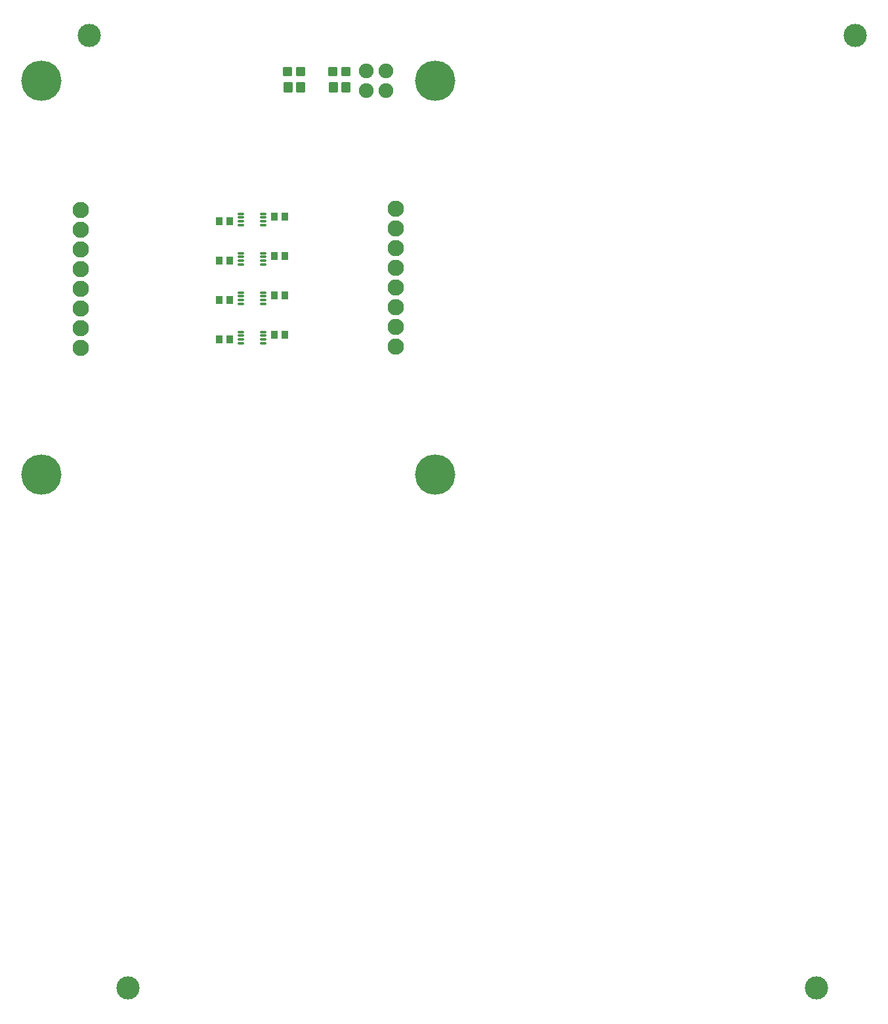
<source format=gts>
G04 Layer: TopSolderMaskLayer*
G04 Panelize: V-CUT, Column: 2, Row: 2, Board Size: 58.42mm x 58.42mm, Panelized Board Size: 118.84mm x 118.84mm*
G04 EasyEDA v6.5.34, 2023-09-17 23:44:37*
G04 cd246424f58644acbb11c68d5f65e239,5a6b42c53f6a479593ecc07194224c93,10*
G04 Gerber Generator version 0.2*
G04 Scale: 100 percent, Rotated: No, Reflected: No *
G04 Dimensions in millimeters *
G04 leading zeros omitted , absolute positions ,4 integer and 5 decimal *
%FSLAX45Y45*%
%MOMM*%

%AMMACRO1*1,1,$1,$2,$3*1,1,$1,$4,$5*1,1,$1,0-$2,0-$3*1,1,$1,0-$4,0-$5*20,1,$1,$2,$3,$4,$5,0*20,1,$1,$4,$5,0-$2,0-$3,0*20,1,$1,0-$2,0-$3,0-$4,0-$5,0*20,1,$1,0-$4,0-$5,$2,$3,0*4,1,4,$2,$3,$4,$5,0-$2,0-$3,0-$4,0-$5,$2,$3,0*%
%ADD10O,0.8015985999999999X0.40159940000000005*%
%ADD11MACRO1,0.2032X0.5X-0.55X-0.5X-0.55*%
%ADD12MACRO1,0.2032X-0.45X-0.5X-0.45X0.5*%
%ADD13MACRO1,0.1016X0.4X-0.45X-0.4X-0.45*%
%ADD14C,5.2032*%
%ADD15C,2.1016*%
%ADD16C,1.9016*%
%ADD17C,3.0000*%

%LPD*%
D10*
G01*
X3243808Y3745306D03*
G01*
X3243808Y3695293D03*
G01*
X3243808Y3645306D03*
G01*
X3243808Y3595293D03*
G01*
X2953791Y3595293D03*
G01*
X2953791Y3645306D03*
G01*
X2953791Y3695293D03*
G01*
X2953791Y3745306D03*
G01*
X3243808Y3237306D03*
G01*
X3243808Y3187293D03*
G01*
X3243808Y3137306D03*
G01*
X3243808Y3087293D03*
G01*
X2953791Y3087293D03*
G01*
X2953791Y3137306D03*
G01*
X2953791Y3187293D03*
G01*
X2953791Y3237306D03*
G01*
X3243808Y2729306D03*
G01*
X3243808Y2679293D03*
G01*
X3243808Y2629306D03*
G01*
X3243808Y2579293D03*
G01*
X2953791Y2579293D03*
G01*
X2953791Y2629306D03*
G01*
X2953791Y2679293D03*
G01*
X2953791Y2729306D03*
G01*
X3243808Y2221306D03*
G01*
X3243808Y2171293D03*
G01*
X3243808Y2121306D03*
G01*
X3243808Y2071293D03*
G01*
X2953791Y2071293D03*
G01*
X2953791Y2121306D03*
G01*
X2953791Y2171293D03*
G01*
X2953791Y2221306D03*
D11*
G01*
X4149092Y5372100D03*
G01*
X4309092Y5372100D03*
D12*
G01*
X4144091Y5575292D03*
G01*
X4314090Y5575292D03*
G01*
X3559891Y5575292D03*
G01*
X3729890Y5575292D03*
D11*
G01*
X3564892Y5372100D03*
G01*
X3724892Y5372100D03*
D13*
G01*
X3384400Y3708400D03*
G01*
X3524399Y3708400D03*
G01*
X2673200Y3644900D03*
G01*
X2813199Y3644900D03*
G01*
X2673200Y3136900D03*
G01*
X2813199Y3136900D03*
G01*
X3384400Y3200400D03*
G01*
X3524399Y3200400D03*
G01*
X2673200Y2628900D03*
G01*
X2813199Y2628900D03*
G01*
X3384400Y2692400D03*
G01*
X3524399Y2692400D03*
G01*
X2673200Y2120900D03*
G01*
X2813199Y2120900D03*
G01*
X3384400Y2184400D03*
G01*
X3524399Y2184400D03*
D14*
G01*
X381000Y5461000D03*
G01*
X5461000Y5461000D03*
G01*
X5461000Y381000D03*
G01*
X381000Y381000D03*
D15*
G01*
X4956581Y2029205D03*
G01*
X4956581Y2283205D03*
G01*
X4956581Y2537205D03*
G01*
X4956581Y2791205D03*
G01*
X4956581Y3045205D03*
G01*
X4956581Y3299205D03*
G01*
X4956581Y3553205D03*
G01*
X4956581Y3807205D03*
G01*
X885418Y2017395D03*
G01*
X885418Y2271395D03*
G01*
X885418Y2525395D03*
G01*
X885418Y2779395D03*
G01*
X885418Y3033395D03*
G01*
X885418Y3287395D03*
G01*
X885418Y3541395D03*
G01*
X885418Y3795395D03*
D16*
G01*
X4826000Y5588000D03*
G01*
X4826000Y5334000D03*
G01*
X4572000Y5334000D03*
G01*
X4572000Y5588000D03*
D17*
G01*
X999997Y6041999D03*
G01*
X10884001Y6041999D03*
G01*
X1499996Y-6241999D03*
G01*
X10384002Y-6241999D03*
M02*

</source>
